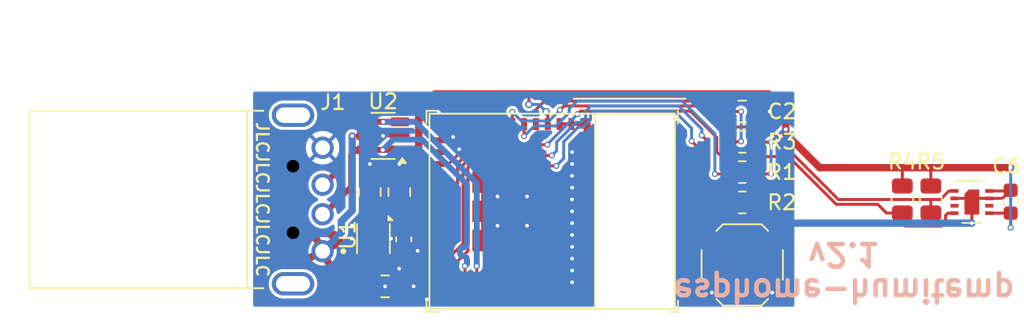
<source format=kicad_pcb>
(kicad_pcb (version 20240108) (generator "pcbnew") (generator_version "8.0")
  (title_block (rev "1"))
  (layers (0 "F.Cu" signal) (31 "B.Cu" signal) (34 "B.Paste" user) (35 "F.Paste" user) (36 "B.SilkS" user "B.Silkscreen") (37 "F.SilkS" user "F.Silkscreen") (38 "B.Mask" user) (39 "F.Mask" user) (44 "Edge.Cuts" user))
  (net 0 "")
  (net 1 "VBUS")
  (net 2 "GND")
  (net 3 "+3V3")
  (net 4 "/EN")
  (net 5 "/GPIO0")
  (net 6 "D-")
  (net 7 "SDA")
  (net 8 "SCL")
  (net 9 "D+")
  (net 10 "Net-(U4-GPIO2{slash}ADC1_CH2)")
  (net 11 "Net-(U4-GPIO8)")
  (footprint "Resistor_SMD:R_0805_2012Metric" (layer "F.Cu") (at 138.615 70.94 180)
    (property "Reference" "R1" (at -2.675 0 180) (layer "F.SilkS"))
    (property "Value" "10k")
    (pad "1" smd roundrect (at -0.9125 0 180) (size 1.025 1.4) (layers "F.Cu" "F.Paste" "F.Mask") (roundrect_rratio 0.243902) (net 3 "+3V3"))
    (pad "2" smd roundrect (at 0.9125 0 180) (size 1.025 1.4) (layers "F.Cu" "F.Paste" "F.Mask") (roundrect_rratio 0.243902) (net 10 "Net-(U4-GPIO2{slash}ADC1_CH2)"))
  )
  (footprint "Capacitor_SMD:C_0805_2012Metric" (layer "F.Cu") (at 138.615 66.84 180)
    (property "Reference" "C2" (at -2.7 0 0) (layer "F.SilkS"))
    (property "Value" "10u")
    (pad "1" smd roundrect (at -0.95 0 180) (size 1 1.45) (layers "F.Cu" "F.Paste" "F.Mask") (net 2 "GND"))
    (pad "2" smd roundrect (at 0.95 0 180) (size 1 1.45) (layers "F.Cu" "F.Paste" "F.Mask") (net 4 "/EN"))
  )
  (footprint "Package_SON:WSON-6-1EP_2x2mm_P0.65mm_EP1x1.6mm" (layer "F.Cu") (at 113.6775 75.44 -90)
    (property "Reference" "U1" (at -0.25 1.7375 90) (layer "F.SilkS"))
    (property "Value" "TLV75533PDRV")
    (pad "1" smd roundrect (at -0.8875 -0.65 270) (size 0.375 0.4) (layers "F.Cu" "F.Paste" "F.Mask") (net 3 "+3V3"))
    (pad "2" smd roundrect (at -0.8875 0 270) (size 0.375 0.4) (layers "F.Cu" "F.Paste" "F.Mask"))
    (pad "3" smd roundrect (at -0.8875 0.65 270) (size 0.375 0.4) (layers "F.Cu" "F.Paste" "F.Mask") (net 2 "GND"))
    (pad "4" smd roundrect (at 0.8875 0.65 270) (size 0.375 0.4) (layers "F.Cu" "F.Paste" "F.Mask") (net 1 "VBUS"))
    (pad "5" smd roundrect (at 0.8875 0 270) (size 0.375 0.4) (layers "F.Cu" "F.Paste" "F.Mask") (net 1 "VBUS"))
    (pad "6" smd roundrect (at 0.8875 -0.65 270) (size 0.375 0.4) (layers "F.Cu" "F.Paste" "F.Mask") (net 1 "VBUS"))
    (pad "7" smd rect (at 0 0 270) (size 1 1.6) (property pad_prop_heatsink) (layers "F.Cu" "F.Mask") (net 2 "GND"))
  )
  (footprint "Resistor_SMD:R_0805_2012Metric" (layer "F.Cu") (at 138.615 72.99 180)
    (property "Reference" "R2" (at -2.675 0 180) (layer "F.SilkS"))
    (property "Value" "10k")
    (pad "1" smd roundrect (at -0.9125 0 180) (size 1.025 1.4) (layers "F.Cu" "F.Paste" "F.Mask") (roundrect_rratio 0.243902) (net 3 "+3V3"))
    (pad "2" smd roundrect (at 0.9125 0 180) (size 1.025 1.4) (layers "F.Cu" "F.Paste" "F.Mask") (roundrect_rratio 0.243902) (net 11 "Net-(U4-GPIO8)"))
  )
  (footprint "Button_Switch_SMD:SW_Push_1P1T_XKB_TS-1187A" (layer "F.Cu") (at 138.615 77.215)
    (property "Reference" "SW1" (hide yes))
    (property "Value" "RESET")
    (pad "1" smd rect (at -3 -1.875) (size 1 0.75) (layers "F.Cu" "F.Paste" "F.Mask") (net 5 "/GPIO0"))
    (pad "1" smd rect (at 3 -1.875) (size 1 0.75) (layers "F.Cu" "F.Paste" "F.Mask") (net 5 "/GPIO0"))
    (pad "2" smd rect (at -3 1.875) (size 1 0.75) (layers "F.Cu" "F.Paste" "F.Mask") (net 2 "GND"))
    (pad "2" smd rect (at 3 1.875) (size 1 0.75) (layers "F.Cu" "F.Paste" "F.Mask") (net 2 "GND"))
  )
  (footprint "Package_TO_SOT_SMD:SOT-23-6" (layer "F.Cu") (at 114.3275 68.49 180)
    (property "Reference" "U2" (at 0 2.325 0) (layer "F.SilkS"))
    (property "Value" "USBLC6-4SC6")
    (pad "1" smd roundrect (at -1.1375 -0.95 180) (size 1.325 0.6) (layers "F.Cu" "F.Paste" "F.Mask") (net 6 "D-"))
    (pad "2" smd roundrect (at -1.1375 0 180) (size 1.325 0.6) (layers "F.Cu" "F.Paste" "F.Mask") (net 2 "GND"))
    (pad "3" smd roundrect (at -1.1375 0.95 180) (size 1.325 0.6) (layers "F.Cu" "F.Paste" "F.Mask") (net 9 "D+"))
    (pad "4" smd roundrect (at 1.1375 0.95 180) (size 1.325 0.6) (layers "F.Cu" "F.Paste" "F.Mask") (net 9 "D+"))
    (pad "5" smd roundrect (at 1.1375 0 180) (size 1.325 0.6) (layers "F.Cu" "F.Paste" "F.Mask") (net 1 "VBUS"))
    (pad "6" smd roundrect (at 1.1375 -0.95 180) (size 1.325 0.6) (layers "F.Cu" "F.Paste" "F.Mask") (net 6 "D-"))
  )
  (footprint "Sensor_Humidity:Sensirion_DFN-8-1EP_2.5x2.5mm_P0.5mm_EP1.1x1.7mm" (layer "F.Cu") (at 154.14 72.965)
    (property "Reference" "U4" (hide yes))
    (property "Value" "SHT3x")
    (pad "1" smd rect (at -1.175 -0.75) (size 0.55 0.25) (layers "F.Cu" "F.Paste" "F.Mask") (net 7 "SDA"))
    (pad "2" smd rect (at -1.175 -0.25) (size 0.55 0.25) (layers "F.Cu" "F.Paste" "F.Mask") (net 2 "GND"))
    (pad "3" smd rect (at -1.175 0.25) (size 0.55 0.25) (layers "F.Cu" "F.Paste" "F.Mask"))
    (pad "4" smd rect (at -1.175 0.75 180) (size 0.55 0.25) (layers "F.Cu" "F.Paste" "F.Mask") (net 8 "SCL"))
    (pad "5" smd rect (at 1.175 0.75) (size 0.55 0.25) (layers "F.Cu" "F.Paste" "F.Mask") (net 3 "+3V3"))
    (pad "6" smd rect (at 1.175 0.25) (size 0.55 0.25) (layers "F.Cu" "F.Paste" "F.Mask"))
    (pad "7" smd rect (at 1.175 -0.25) (size 0.55 0.25) (layers "F.Cu" "F.Paste" "F.Mask") (net 2 "GND"))
    (pad "8" smd rect (at 1.175 -0.75) (size 0.55 0.25) (layers "F.Cu" "F.Paste" "F.Mask") (net 2 "GND"))
    (pad "9" smd custom (at 0 0) (size 1 1) (layers "F.Cu" "F.Mask") (net 2 "GND") (options (clearance outline) (anchor circle)) (primitives (gr_poly (pts (xy 0.5 0.85) (xy -0.5 0.85) (xy -0.5 -0.55) (xy -0.2 -0.85) (xy 0.5 -0.85)) (width 0) (fill yes))))
  )
  (footprint "Resistor_SMD:R_0805_2012Metric" (layer "F.Cu") (at 138.615 68.89 180)
    (property "Reference" "R3" (at -2.7 0 180) (layer "F.SilkS"))
    (property "Value" "10k")
    (pad "1" smd roundrect (at -0.9125 0 180) (size 1.025 1.4) (layers "F.Cu" "F.Paste" "F.Mask") (roundrect_rratio 0.243902) (net 3 "+3V3"))
    (pad "2" smd roundrect (at 0.9125 0 180) (size 1.025 1.4) (layers "F.Cu" "F.Paste" "F.Mask") (roundrect_rratio 0.243902) (net 4 "/EN"))
  )
  (footprint "Capacitor_SMD:C_0805_2012Metric" (layer "F.Cu") (at 114.465 78.665)
    (property "Reference" "C3" (hide yes))
    (property "Value" "1uF")
    (pad "1" smd roundrect (at -0.95 0) (size 1 1.45) (layers "F.Cu" "F.Paste" "F.Mask") (net 1 "VBUS"))
    (pad "2" smd roundrect (at 0.95 0) (size 1 1.45) (layers "F.Cu" "F.Paste" "F.Mask") (net 2 "GND"))
  )
  (footprint "Resistor_SMD:R_0805_2012Metric" (layer "F.Cu") (at 149.44 72.79 -90)
    (property "Reference" "R4" (at -2.55 0 180) (layer "F.SilkS"))
    (property "Value" "10k")
    (pad "1" smd roundrect (at -0.9125 0 270) (size 1.025 1.4) (layers "F.Cu" "F.Paste" "F.Mask") (roundrect_rratio 0.243902) (net 3 "+3V3"))
    (pad "2" smd roundrect (at 0.9125 0 270) (size 1.025 1.4) (layers "F.Cu" "F.Paste" "F.Mask") (roundrect_rratio 0.243902) (net 8 "SCL"))
  )
  (footprint "Capacitor_SMD:C_0603_1608Metric" (layer "F.Cu") (at 115.7275 75.49 90)
    (property "Reference" "C4" (hide yes))
    (property "Value" "0.1u")
    (pad "1" smd roundrect (at -0.775 0 90) (size 0.9 0.95) (layers "F.Cu" "F.Paste" "F.Mask") (net 2 "GND"))
    (pad "2" smd roundrect (at 0.775 0 90) (size 0.9 0.95) (layers "F.Cu" "F.Paste" "F.Mask") (net 3 "+3V3"))
  )
  (footprint "Capacitor_SMD:C_0805_2012Metric" (layer "F.Cu") (at 115.4275 72.29 90)
    (property "Reference" "C5" (hide yes))
    (property "Value" "1uF")
    (pad "1" smd roundrect (at -0.95 0 90) (size 1 1.45) (layers "F.Cu" "F.Paste" "F.Mask") (net 3 "+3V3"))
    (pad "2" smd roundrect (at 0.95 0 90) (size 1 1.45) (layers "F.Cu" "F.Paste" "F.Mask") (net 2 "GND"))
  )
  (footprint "Resistor_SMD:R_0805_2012Metric" (layer "F.Cu") (at 151.365 72.79 -90)
    (property "Reference" "R5" (at -2.55 0 0) (layer "F.SilkS"))
    (property "Value" "10k")
    (pad "1" smd roundrect (at -0.9125 0 270) (size 1.025 1.4) (layers "F.Cu" "F.Paste" "F.Mask") (roundrect_rratio 0.243902) (net 3 "+3V3"))
    (pad "2" smd roundrect (at 0.9125 0 270) (size 1.025 1.4) (layers "F.Cu" "F.Paste" "F.Mask") (roundrect_rratio 0.243902) (net 7 "SDA"))
  )
  (footprint "Project specific:SHOU_HAN_AM90" (layer "F.Cu") (at 108.24 72.79 -90)
    (property "Reference" "J1" (at -6.575 -2.7 0) (layer "F.SilkS"))
    (property "Value" "USB_IN")
    (pad "" np_thru_hole circle (at -2.25 0 270) (size 1.25 1.25) (drill 0.85) (layers "*.Mask"))
    (pad "" np_thru_hole circle (at 2.25 0 270) (size 1.25 1.25) (drill 0.85) (layers "*.Mask"))
    (pad "1" thru_hole circle (at 3.5 -2 297) (size 1.508 1.508) (drill 1) (layers "*.Cu" "*.Mask") (net 1 "VBUS"))
    (pad "2" thru_hole circle (at 1 -2 270) (size 1.508 1.508) (drill 1) (layers "*.Cu" "*.Mask") (net 6 "D-"))
    (pad "3" thru_hole circle (at -1 -2 270) (size 1.508 1.508) (drill 1) (layers "*.Cu" "*.Mask") (net 9 "D+"))
    (pad "4" thru_hole circle (at -3.5 -2 270) (size 1.508 1.508) (drill 1) (layers "*.Cu" "*.Mask") (net 2 "GND"))
    (pad "S1" thru_hole oval (at 5.7 0 270) (size 1.575 2.87) (drill oval 1.05 2.3) (layers "*.Cu" "*.Mask"))
    (pad "S2" thru_hole oval (at -5.7 0 270) (size 1.575 2.87) (drill oval 1.05 2.3) (layers "*.Cu" "*.Mask"))
  )
  (footprint "Capacitor_SMD:C_0603_1608Metric" (layer "F.Cu") (at 156.765 72.94 -90)
    (property "Reference" "C6" (at -2.4 0.275 180) (layer "F.SilkS"))
    (property "Value" "0.1u")
    (pad "1" smd roundrect (at -0.775 0 270) (size 0.9 0.95) (layers "F.Cu" "F.Paste" "F.Mask") (net 2 "GND"))
    (pad "2" smd roundrect (at 0.775 0 270) (size 0.9 0.95) (layers "F.Cu" "F.Paste" "F.Mask") (net 3 "+3V3"))
  )
  (footprint "Capacitor_SMD:C_0805_2012Metric" (layer "F.Cu") (at 113.4275 72.29 -90)
    (property "Reference" "C1" (hide yes))
    (property "Value" "10u")
    (pad "1" smd roundrect (at -0.95 0 270) (size 1 1.45) (layers "F.Cu" "F.Paste" "F.Mask") (net 2 "GND"))
    (pad "2" smd roundrect (at 0.95 0 270) (size 1 1.45) (layers "F.Cu" "F.Paste" "F.Mask") (net 3 "+3V3"))
  )
  (footprint "Espressif:ESP32-C3-MINI-1" (layer "F.Cu") (at 125.765 73.59 -90)
    (property "Reference" "U3" (hide yes))
    (property "Value" "ESP32-C3-MINI-1")
    (pad "1" smd rect (at -5.9 -1.3) (size 0.4 0.8) (layers "F.Cu" "F.Paste" "F.Mask") (net 2 "GND"))
    (pad "2" smd rect (at -5.9 -0.5) (size 0.4 0.8) (layers "F.Cu" "F.Paste" "F.Mask") (net 2 "GND"))
    (pad "3" smd rect (at -5.9 0.3) (size 0.4 0.8) (layers "F.Cu" "F.Paste" "F.Mask") (net 3 "+3V3"))
    (pad "4" smd rect (at -5.9 1.1) (size 0.4 0.8) (layers "F.Cu" "F.Paste" "F.Mask"))
    (pad "5" smd rect (at -5.9 1.9) (size 0.4 0.8) (layers "F.Cu" "F.Paste" "F.Mask") (net 10 "Net-(U4-GPIO2{slash}ADC1_CH2)"))
    (pad "6" smd rect (at -5.9 2.7) (size 0.4 0.8) (layers "F.Cu" "F.Paste" "F.Mask") (net 7 "SDA"))
    (pad "7" smd rect (at -5.9 3.5) (size 0.4 0.8) (layers "F.Cu" "F.Paste" "F.Mask"))
    (pad "8" smd rect (at -5.9 4.3) (size 0.4 0.8) (layers "F.Cu" "F.Paste" "F.Mask") (net 4 "/EN"))
    (pad "9" smd rect (at -5.9 5.1) (size 0.4 0.8) (layers "F.Cu" "F.Paste" "F.Mask"))
    (pad "10" smd rect (at -5.9 5.9) (size 0.4 0.8) (layers "F.Cu" "F.Paste" "F.Mask"))
    (pad "11" smd rect (at -5.9 6.7) (size 0.4 0.8) (layers "F.Cu" "F.Paste" "F.Mask") (net 2 "GND"))
    (pad "12" smd rect (at -4.8 7.6 270) (size 0.4 0.8) (layers "F.Cu" "F.Paste" "F.Mask"))
    (pad "13" smd rect (at -4 7.6 270) (size 0.4 0.8) (layers "F.Cu" "F.Paste" "F.Mask"))
    (pad "14" smd rect (at -3.2 7.6 270) (size 0.4 0.8) (layers "F.Cu" "F.Paste" "F.Mask") (net 2 "GND"))
    (pad "15" smd rect (at -2.4 7.6 270) (size 0.4 0.8) (layers "F.Cu" "F.Paste" "F.Mask"))
    (pad "16" smd rect (at -1.6 7.6 270) (size 0.4 0.8) (layers "F.Cu" "F.Paste" "F.Mask"))
    (pad "17" smd rect (at -0.8 7.6 270) (size 0.4 0.8) (layers "F.Cu" "F.Paste" "F.Mask"))
    (pad "18" smd rect (at 0 7.6 270) (size 0.4 0.8) (layers "F.Cu" "F.Paste" "F.Mask") (net 8 "SCL"))
    (pad "19" smd rect (at 0.8 7.6 270) (size 0.4 0.8) (layers "F.Cu" "F.Paste" "F.Mask"))
    (pad "20" smd rect (at 1.6 7.6 270) (size 0.4 0.8) (layers "F.Cu" "F.Paste" "F.Mask"))
    (pad "21" smd rect (at 2.4 7.6 270) (size 0.4 0.8) (layers "F.Cu" "F.Paste" "F.Mask"))
    (pad "22" smd rect (at 3.2 7.6 270) (size 0.4 0.8) (layers "F.Cu" "F.Paste" "F.Mask") (net 11 "Net-(U4-GPIO8)"))
    (pad "23" smd rect (at 4 7.6 270) (size 0.4 0.8) (layers "F.Cu" "F.Paste" "F.Mask") (net 5 "/GPIO0"))
    (pad "24" smd rect (at 4.8 7.6 270) (size 0.4 0.8) (layers "F.Cu" "F.Paste" "F.Mask"))
    (pad "25" smd rect (at 5.9 6.7) (size 0.4 0.8) (layers "F.Cu" "F.Paste" "F.Mask"))
    (pad "26" smd rect (at 5.9 5.9) (size 0.4 0.8) (layers "F.Cu" "F.Paste" "F.Mask") (net 6 "D-"))
    (pad "27" smd rect (at 5.9 5.1) (size 0.4 0.8) (layers "F.Cu" "F.Paste" "F.Mask") (net 9 "D+"))
    (pad "28" smd rect (at 5.9 4.3) (size 0.4 0.8) (layers "F.Cu" "F.Paste" "F.Mask"))
    (pad "29" smd rect (at 5.9 3.5) (size 0.4 0.8) (layers "F.Cu" "F.Paste" "F.Mask"))
    (pad "30" smd rect (at 5.9 2.7) (size 0.4 0.8) (layers "F.Cu" "F.Paste" "F.Mask"))
    (pad "31" smd rect (at 5.9 1.9) (size 0.4 0.8) (layers "F.Cu" "F.Paste" "F.Mask"))
    (pad "32" smd rect (at 5.9 1.1) (size 0.4 0.8) (layers "F.Cu" "F.Paste" "F.Mask"))
    (pad "33" smd rect (at 5.9 0.3) (size 0.4 0.8) (layers "F.Cu" "F.Paste" "F.Mask"))
    (pad "34" smd rect (at 5.9 -0.5) (size 0.4 0.8) (layers "F.Cu" "F.Paste" "F.Mask"))
    (pad "35" smd rect (at 5.9 -1.3) (size 0.4 0.8) (layers "F.Cu" "F.Paste" "F.Mask"))
    (pad "36" smd rect (at 4.8 -2.2 270) (size 0.4 0.8) (layers "F.Cu" "F.Paste" "F.Mask") (net 2 "GND"))
    (pad "37" smd rect (at 4 -2.2 270) (size 0.4 0.8) (layers "F.Cu" "F.Paste" "F.Mask") (net 2 "GND"))
    (pad "38" smd rect (at 3.2 -2.2 270) (size 0.4 0.8) (layers "F.Cu" "F.Paste" "F.Mask") (net 2 "GND"))
    (pad "39" smd rect (at 2.4 -2.2 270) (size 0.4 0.8) (layers "F.Cu" "F.Paste" "F.Mask") (net 2 "GND"))
    (pad "40" smd rect (at 1.6 -2.2 270) (size 0.4 0.8) (layers "F.Cu" "F.Paste" "F.Mask") (net 2 "GND"))
    (pad "41" smd rect (at 0.8 -2.2 270) (size 0.4 0.8) (layers "F.Cu" "F.Paste" "F.Mask") (net 2 "GND"))
    (pad "42" smd rect (at 0 -2.2 270) (size 0.4 0.8) (layers "F.Cu" "F.Paste" "F.Mask") (net 2 "GND"))
    (pad "43" smd rect (at -0.8 -2.2 270) (size 0.4 0.8) (layers "F.Cu" "F.Paste" "F.Mask") (net 2 "GND"))
    (pad "44" smd rect (at -1.6 -2.2 270) (size 0.4 0.8) (layers "F.Cu" "F.Paste" "F.Mask") (net 2 "GND"))
    (pad "45" smd rect (at -2.4 -2.2 270) (size 0.4 0.8) (layers "F.Cu" "F.Paste" "F.Mask") (net 2 "GND"))
    (pad "46" smd rect (at -3.2 -2.2 270) (size 0.4 0.8) (layers "F.Cu" "F.Paste" "F.Mask") (net 2 "GND"))
    (pad "47" smd rect (at -4 -2.2 270) (size 0.4 0.8) (layers "F.Cu" "F.Paste" "F.Mask") (net 2 "GND"))
    (pad "48" smd rect (at -4.8 -2.2 270) (size 0.4 0.8) (layers "F.Cu" "F.Paste" "F.Mask") (net 2 "GND"))
    (pad "49" smd custom (at -1.975 0.725 270) (size 0.8 0.8) (layers "F.Cu" "F.Paste" "F.Mask") (net 2 "GND") (options (clearance outline) (anchor rect)) (primitives (gr_poly (pts (xy 0.725 0.725) (xy -0.725 0.725) (xy -0.725 -0.125) (xy -0.125 -0.725) (xy 0.725 -0.725)) (width 0) (fill yes))))
    (pad "49" smd rect (at -1.975 2.7) (size 1.45 1.45) (layers "F.Cu" "F.Paste" "F.Mask") (net 2 "GND"))
    (pad "49" smd rect (at -1.975 4.675) (size 1.45 1.45) (layers "F.Cu" "F.Paste" "F.Mask") (net 2 "GND"))
    (pad "49" smd rect (at 0 0.725) (size 1.45 1.45) (layers "F.Cu" "F.Paste" "F.Mask") (net 2 "GND"))
    (pad "49" smd rect (at 0 2.7) (size 1.45 1.45) (layers "F.Cu" "F.Paste" "F.Mask") (net 2 "GND"))
    (pad "49" smd rect (at 0 4.675) (size 1.45 1.45) (layers "F.Cu" "F.Paste" "F.Mask") (net 2 "GND"))
    (pad "49" smd rect (at 1.975 0.725) (size 1.45 1.45) (layers "F.Cu" "F.Paste" "F.Mask") (net 2 "GND"))
    (pad "49" smd rect (at 1.975 2.7) (size 1.45 1.45) (layers "F.Cu" "F.Paste" "F.Mask") (net 2 "GND"))
    (pad "49" smd rect (at 1.975 4.675) (size 1.45 1.45) (layers "F.Cu" "F.Paste" "F.Mask") (net 2 "GND"))
    (pad "50" smd rect (at 5.95 -2.25) (size 0.7 0.7) (layers "F.Cu" "F.Paste" "F.Mask") (net 2 "GND"))
    (pad "51" smd rect (at 5.95 7.65) (size 0.7 0.7) (layers "F.Cu" "F.Paste" "F.Mask") (net 2 "GND"))
    (pad "52" smd rect (at -5.95 7.65) (size 0.7 0.7) (layers "F.Cu" "F.Paste" "F.Mask") (net 2 "GND"))
    (pad "53" smd rect (at -5.95 -2.25) (size 0.7 0.7) (layers "F.Cu" "F.Paste" "F.Mask") (net 2 "GND"))
    (zone (net 0) (net_name "") (layers "*.Cu") (name "antenna keepout") (connect_pads (clearance 0)) (min_thickness 0.254)
      (keepout (tracks not_allowed) (vias not_allowed) (pads not_allowed) (copperpour not_allowed) (footprints not_allowed))
      (fill (thermal_gap 0.508) (thermal_bridge_width 0.508))
      (polygon (pts (xy 128.665 80.19) (xy 128.665 66.99) (xy 134.065 66.99) (xy 134.065 80.19)))
    )
  )
  (gr_rect (start 105.14 65.09) (end 157.69 80.44) (stroke (width 0.001)) (fill none) (layer "Edge.Cuts"))
  (gr_text "esphome-humitemp\nv2.1" (at 145.49 77.715 180) (layer "B.SilkS") (effects (font (size 1.524 1.524) (thickness 0.3048)) (justify mirror)))
  (gr_text "JLCJLCJLCJLCJLC" (at 106.165 72.79 -90) (layer "F.SilkS") (effects (font (size 0.8128 0.8128) (thickness 0.1524))))
  (segment (start 112.24 68.49) (end 113.19 68.49) (width 0.25) (layer "F.Cu") (net 1))
  (segment (start 113.6775 76.8775) (end 113.665 76.89) (width 0.2) (layer "F.Cu") (net 1))
  (segment (start 114.3275 76.8025) (end 114.265 76.865) (width 0.2) (layer "F.Cu") (net 1))
  (segment (start 114.3275 76.3275) (end 114.3275 76.8025) (width 0.2) (layer "F.Cu") (net 1))
  (segment (start 113.6775 76.3275) (end 113.6775 76.8775) (width 0.2) (layer "F.Cu") (net 1))
  (via (at 112.24 68.49) (size 0.4) (drill 0.25) (layers "F.Cu" "B.Cu") (net 1))
  (segment (start 112.24 73.532949) (end 112.24 68.49) (width 0.5) (layer "B.Cu") (net 1))
  (segment (start 111.513969 74.25898) (end 112.24 73.532949) (width 0.5) (layer "B.Cu") (net 1))
  (segment (start 111.513969 75.016031) (end 111.513969 74.25898) (width 0.5) (layer "B.Cu") (net 1))
  (segment (start 110.24 76.29) (end 111.513969 75.016031) (width 0.5) (layer "B.Cu") (net 1))
  (segment (start 122.065 74.565) (end 122.065 73.59) (width 0.25) (layer "F.Cu") (net 2))
  (segment (start 115.415 78.665) (end 115.415 77.465) (width 0.25) (layer "F.Cu") (net 2))
  (segment (start 121.09 72.59) (end 121.09 73.59) (width 0.25) (layer "F.Cu") (net 2))
  (segment (start 155.315 72.715) (end 154.39 72.715) (width 0.2) (layer "F.Cu") (net 2))
  (segment (start 122.065 72.59) (end 123.065 72.59) (width 0.25) (layer "F.Cu") (net 2))
  (segment (start 127.965 70.39) (end 127.115 70.39) (width 0.25) (layer "F.Cu") (net 2))
  (segment (start 124.065 72.59) (end 124.065 73.615) (width 0.25) (layer "F.Cu") (net 2))
  (segment (start 122.065 74.565) (end 122.065 75.565) (width 0.25) (layer "F.Cu") (net 2))
  (segment (start 123.065 74.565) (end 123.065 73.59) (width 0.25) (layer "F.Cu") (net 2))
  (segment (start 125.04 74.565) (end 125.04 73.59) (width 0.25) (layer "F.Cu") (net 2))
  (segment (start 123.065 75.565) (end 123.065 74.565) (width 0.25) (layer "F.Cu") (net 2))
  (segment (start 127.965 70.39) (end 127.965 71.19) (width 0.25) (layer "F.Cu") (net 2))
  (segment (start 123.065 73.59) (end 124.04 73.59) (width 0.25) (layer "F.Cu") (net 2))
  (segment (start 127.065 67.69) (end 127.965 67.69) (width 0.25) (layer "F.Cu") (net 2))
  (segment (start 127.965 78.815) (end 128.015 78.865) (width 0.25) (layer "F.Cu") (net 2))
  (segment (start 127.965 73.59) (end 127.115 73.59) (width 0.25) (layer "F.Cu") (net 2))
  (segment (start 124.065 74.565) (end 123.065 74.565) (width 0.25) (layer "F.Cu") (net 2))
  (segment (start 124.065 73.615) (end 124.04 73.59) (width 0.25) (layer "F.Cu") (net 2))
  (segment (start 127.965 74.39) (end 127.115 74.39) (width 0.25) (layer "F.Cu") (net 2))
  (segment (start 124.04 73.59) (end 125.04 73.59) (width 0.25) (layer "F.Cu") (net 2))
  (segment (start 122.065 71.615) (end 121.09 71.615) (width 0.25) (layer "F.Cu") (net 2))
  (segment (start 113.6775 75.44) (end 114.865 75.44) (width 0.25) (layer "F.Cu") (net 2))
  (segment (start 155.315 72.715) (end 156.215 72.715) (width 0.2) (layer "F.Cu") (net 2))
  (segment (start 122.065 74.565) (end 121.09 74.565) (width 0.25) (layer "F.Cu") (net 2))
  (segment (start 127.965 67.69) (end 128.015 67.64) (width 0.25) (layer "F.Cu") (net 2))
  (segment (start 127.965 73.59) (end 127.965 72.79) (width 0.25) (layer "F.Cu") (net 2))
  (segment (start 127.965 76.79) (end 127.115 76.79) (width 0.25) (layer "F.Cu") (net 2))
  (segment (start 139.565 66.84) (end 140.464994 66.84) (width 0.2) (layer "F.Cu") (net 2))
  (segment (start 124.065 72.59) (end 125.04 72.59) (width 0.25) (layer "F.Cu") (net 2))
  (segment (start 118.115 67.64) (end 118.115 66.915004) (width 0.2) (layer "F.Cu") (net 2))
  (segment (start 127.065 67.84) (end 127.04 67.865) (width 0.2) (layer "F.Cu") (net 2))
  (segment (start 122.065 74.565) (end 123.065 74.565) (width 0.25) (layer "F.Cu") (net 2))
  (segment (start 128.015 78.865) (end 128.015 79.54) (width 0.25) (layer "F.Cu") (net 2))
  (segment (start 123.065 75.565) (end 124.065 75.565) (width 0.25) (layer "F.Cu") (net 2))
  (segment (start 112.220468 74.5525) (end 112.218969 74.551001) (width 0.25) (layer "F.Cu") (net 2))
  (segment (start 127.965 69.59) (end 127.965 70.39) (width 0.25) (layer "F.Cu") (net 2))
  (segment (start 121.09 74.565) (end 121.09 75.565) (width 0.25) (layer "F.Cu") (net 2))
  (segment (start 122.065 72.59) (end 122.065 73.59) (width 0.25) (layer "F.Cu") (net 2))
  (segment (start 115.415 78.665) (end 114.465 78.665) (width 0.25) (layer "F.Cu") (net 2))
  (segment (start 141.615 79.09) (end 140.64 79.09) (width 0.2) (layer "F.Cu") (net 2))
  (segment (start 152.965 72.715) (end 153.89 72.715) (width 0.2) (layer "F.Cu") (net 2))
  (segment (start 121.09 75.565) (end 122.065 75.565) (width 0.25) (layer "F.Cu") (net 2))
  (segment (start 154.39 72.715) (end 154.14 72.965) (width 0.2) (layer "F.Cu") (net 2))
  (segment (start 127.965 71.19) (end 127.115 71.19) (width 0.25) (layer "F.Cu") (net 2))
  (segment (start 156.715 72.215) (end 156.765 72.165) (width 0.2) (layer "F.Cu") (net 2))
  (segment (start 122.065 73.59) (end 121.09 73.59) (width 0.25) (layer "F.Cu") (net 2))
  (segment (start 127.965 78.39) (end 127.965 78.815) (width 0.25) (layer "F.Cu") (net 2))
  (segment (start 123.065 73.59) (end 123.065 72.59) (width 0.25) (layer "F.Cu") (net 2))
  (segment (start 115.4275 71.34) (end 115.4275 70.397832) (width 0.25) (layer "F.Cu") (net 2))
  (segment (start 128.015 67.64) (end 128.015 68.215) (width 0.25) (layer "F.Cu") (net 2))
  (segment (start 113.6775 75.44) (end 112.215 75.44) (width 0.25) (layer "F.Cu") (net 2))
  (segment (start 113.4275 71.34) (end 113.4275 70.4025) (width 0.25) (layer "F.Cu") (net 2))
  (segment (start 124.065 74.565) (end 125.04 74.565) (width 0.25) (layer "F.Cu") (net 2))
  (segment (start 127.965 75.99) (end 127.115 75.99) (width 0.25) (layer "F.Cu") (net 2))
  (segment (start 155.315 72.215) (end 156.715 72.215) (width 0.2) (layer "F.Cu") (net 2))
  (segment (start 128.015 68.215) (end 127.965 68.265) (width 0.25) (layer "F.Cu") (net 2))
  (segment (start 124.065 71.615) (end 123.065 71.615) (width 0.25) (layer "F.Cu") (net 2))
  (segment (start 118.765 70.39) (end 119.474012 69.680988) (width 0.2) (layer "F.Cu") (net 2))
  (segment (start 127.965 73.59) (end 127.965 74.39) (width 0.25) (layer "F.Cu") (net 2))
  (segment (start 127.965 74.39) (end 127.965 75.19) (width 0.25) (layer "F.Cu") (net 2))
  (segment (start 115.465 68.49) (end 114.3275 68.49) (width 0.2) (layer "F.Cu") (net 2))
  (segment (start 118.115 79.54) (end 117.29 79.54) (width 0.25) (layer "F.Cu") (net 2))
  (segment (start 127.965 71.99) (end 127.965 71.19) (width 0.25) (layer "F.Cu") (net 2))
  (segment (start 153.89 72.715) (end 154.14 72.965) (width 0.2) (layer "F.Cu") (net 2))
  (segment (start 127.965 72.79) (end 127.965 71.99) (width 0.25) (layer "F.Cu") (net 2))
  (segment (start 115.415 78.665) (end 116.39 78.665) (width 0.25) (layer "F.Cu") (net 2))
  (segment (start 122.065 72.59) (end 122.065 71.615) (width 0.25) (layer "F.Cu") (net 2))
  (segment (start 123.065 73.59) (end 122.065 73.59) (width 0.25) (layer "F.Cu") (net 2))
  (segment (start 124.065 75.565) (end 125.04 75.565) (width 0.25) (layer "F.Cu") (net 2))
  (segment (start 122.065 72.59) (end 121.09 72.59) (width 0.25) (layer "F.Cu") (net 2))
  (segment (start 127.965 69.59) (end 127.115006 69.59) (width 0.25) (layer "F.Cu") (net 2))
  (segment (start 127.065 67.69) (end 126.265 67.69) (width 0.25) (layer "F.Cu") (net 2))
  (segment (start 127.965 78.39) (end 127.115 78.39) (width 0.25) (layer "F.Cu") (net 2))
  (segment (start 127.965 68.265) (end 127.965 68.79) (width 0.25) (layer "F.Cu") (net 2))
  (segment (start 154.14 72.965) (end 154.14 74.39) (width 0.2) (layer "F.Cu") (net 2))
  (segment (start 115.4275 70.397832) (end 115.425098 70.39543) (width 0.25) (layer "F.Cu") (net 2))
  (segment (start 113.4275 70.4025) (end 113.44 70.39) (width 0.25) (layer "F.Cu") (net 2))
  (segment (start 125.04 71.615) (end 124.065 71.615) (width 0.25) (layer "F.Cu") (net 2))
  (segment (start 125.04 73.59) (end 125.04 72.59) (width 0.25) (layer "F.Cu") (net 2))
  (segment (start 124.065 74.565) (end 124.065 75.565) (width 0.25) (layer "F.Cu") (net 2))
  (segment (start 124.065 74.565) (end 124.065 73.615) (width 0.25) (layer "F.Cu") (net 2))
  (segment (start 123.065 72.59) (end 123.065 71.615) (width 0.25) (layer "F.Cu") (net 2))
  (segment (start 140.464994 66.84) (end 140.465 66.839994) (width 0.2) (layer "F.Cu") (net 2))
  (segment (start 127.965 71.99) (end 127.115 71.99) (width 0.25) (layer "F.Cu") (net 2))
  (segment (start 121.09 71.615) (end 121.09 72.59) (width 0.25) (layer "F.Cu") (net 2))
  (segment (start 135.615 79.09) (end 136.565 79.09) (width 0.2) (layer "F.Cu") (net 2))
  (segment (start 124.065 72.59) (end 123.065 72.59) (width 0.25) (layer "F.Cu") (net 2))
  (segment (start 119.065 67.69) (end 119.065 68.565) (width 0.2) (layer "F.Cu") (net 2))
  (segment (start 127.965 75.99) (end 127.965 76.79) (width 0.25) (layer "F.Cu") (net 2))
  (segment (start 127.115006 69.59) (end 127.115 69.589994) (width 0.25) (layer "F.Cu") (net 2))
  (segment (start 113.0275 74.5525) (end 112.220468 74.5525) (width 0.25) (layer "F.Cu") (net 2))
  (segment (start 122.065 75.565) (end 123.065 75.565) (width 0.25) (layer "F.Cu") (net 2))
  (segment (start 118.165 70.39) (end 118.765 70.39) (width 0.2) (layer "F.Cu") (net 2))
  (segment (start 127.965 77.59) (end 127.115 77.59) (width 0.25) (layer "F.Cu") (net 2))
  (segment (start 127.965 76.79) (end 127.965 77.59) (width 0.25) (layer "F.Cu") (net 2))
  (segment (start 156.215 72.715) (end 156.765 72.165) (width 0.2) (layer "F.Cu") (net 2))
  (segment (start 115.7275 76.265) (end 116.665 76.265) (width 0.25) (layer "F.Cu") (net 2))
  (segment (start 125.04 75.565) (end 125.04 74.565) (width 0.25) (layer "F.Cu") (net 2))
  (segment (start 121.09 73.59) (end 121.09 74.565) (width 0.25) (layer "F.Cu") (net 2))
  (segment (start 127.965 75.19) (end 127.965 75.99) (width 0.25) (layer "F.Cu") (net 2))
  (segment (start 127.965 75.19) (end 127.115 75.19) (width 0.25) (layer "F.Cu") (net 2))
  (segment (start 124.065 72.59) (end 124.065 71.615) (width 0.25) (layer "F.Cu") (net 2))
  (segment (start 119.474012 69.680988) (end 119.474012 69.393375) (width 0.2) (layer "F.Cu") (net 2))
  (segment (start 127.965 77.59) (end 127.965 78.39) (width 0.25) (layer "F.Cu") (net 2))
  (segment (start 127.965 68.79) (end 127.965 69.59) (width 0.25) (layer "F.Cu") (net 2))
  (segment (start 123.065 71.615) (end 122.065 71.615) (width 0.25) (layer "F.Cu") (net 2))
  (segment (start 125.04 72.59) (end 125.04 71.615) (width 0.25) (layer "F.Cu") (net 2))
  (segment (start 118.115 66.915004) (end 118.114996 66.915) (width 0.2) (layer "F.Cu") (net 2))
  (segment (start 127.965 72.79) (end 127.115 72.79) (width 0.25) (layer "F.Cu") (net 2))
  (via (at 119.065 68.565) (size 0.4) (drill 0.25) (layers "F.Cu" "B.Cu") (net 2))
  (via (at 154.14 74.39) (size 0.4) (drill 0.25) (layers "F.Cu" "B.Cu") (net 2))
  (via (at 127.115 70.39) (size 0.4) (drill 0.25) (layers "F.Cu" "B.Cu") (net 2))
  (via (at 119.474012 69.393375) (size 0.4) (drill 0.25) (layers "F.Cu" "B.Cu") (net 2))
  (via (at 115.415 77.465) (size 0.4) (drill 0.25) (layers "F.Cu" "B.Cu") (net 2))
  (via (at 127.115 69.589994) (size 0.4) (drill 0.25) (layers "F.Cu" "B.Cu") (net 2))
  (via (at 127.115 72.79) (size 0.4) (drill 0.25) (layers "F.Cu" "B.Cu") (net 2))
  (via (at 127.115 71.19) (size 0.4) (drill 0.25) (layers "F.Cu" "B.Cu") (net 2))
  (via (at 127.115 74.39) (size 0.4) (drill 0.25) (layers "F.Cu" "B.Cu") (net 2))
  (via (at 136.565 79.09) (size 0.4) (drill 0.25) (layers "F.Cu" "B.Cu") (net 2))
  (via (at 140.465 66.839994) (size 0.4) (drill 0.25) (layers "F.Cu" "B.Cu") (net 2))
  (via (at 115.425098 70.39543) (size 0.4) (drill 0.25) (layers "F.Cu" "B.Cu") (net 2))
  (via (at 124.065 72.59) (size 0.4) (drill 0.25) (layers "F.Cu" "B.Cu") (net 2))
  (via (at 140.64 79.09) (size 0.4) (drill 0.25) (layers "F.Cu" "B.Cu") (net 2))
  (via (at 127.115 76.79) (size 0.4) (drill 0.25) (layers "F.Cu" "B.Cu") (net 2))
  (via (at 118.114996 66.915) (size 0.4) (drill 0.25) (layers "F.Cu" "B.Cu") (net 2))
  (via (at 122.065 74.565) (size 0.4) (drill 0.25) (layers "F.Cu" "B.Cu") (net 2))
  (via (at 112.218969 74.551001) (size 0.4) (drill 0.25) (layers "F.Cu" "B.Cu") (net 2))
  (via (at 114.3275 68.49) (size 0.4) (drill 0.25) (layers "F.Cu" "B.Cu") (net 2))
  (via (at 124.065 74.565) (size 0.4) (drill 0.25) (layers "F.Cu" "B.Cu") (net 2))
  (via (at 127.115 75.99) (size 0.4) (drill 0.25) (layers "F.Cu" "B.Cu") (net 2))
  (via (at 127.115 77.59) (size 0.4) (drill 0.25) (layers "F.Cu" "B.Cu") (net 2))
  (via (at 127.115 75.19) (size 0.4) (drill 0.25) (layers "F.Cu" "B.Cu") (net 2))
  (via (at 114.865 75.44) (size 0.4) (drill 0.25) (layers "F.Cu" "B.Cu") (net 2))
  (via (at 116.665 76.265) (size 0.4) (drill 0.25) (layers "F.Cu" "B.Cu") (net 2))
  (via (at 127.115 71.99) (size 0.4) (drill 0.25) (layers "F.Cu" "B.Cu") (net 2))
  (via (at 116.39 78.665) (size 0.4) (drill 0.25) (layers "F.Cu" "B.Cu") (net 2))
  (via (at 114.465 78.665) (size 0.4) (drill 0.25) (layers "F.Cu" "B.Cu") (net 2))
  (via (at 117.29 79.54) (size 0.4) (drill 0.25) (layers "F.Cu" "B.Cu") (net 2))
  (via (at 112.215 75.44) (size 0.4) (drill 0.25) (layers "F.Cu" "B.Cu") (net 2))
  (via (at 113.44 70.39) (size 0.4) (drill 0.25) (layers "F.Cu" "B.Cu") (net 2))
  (via (at 122.065 72.59) (size 0.4) (drill 0.25) (layers "F.Cu" "B.Cu") (net 2))
  (via (at 127.115 78.39) (size 0.4) (drill 0.25) (layers "F.Cu" "B.Cu") (net 2))
  (via (at 127.115 73.59) (size 0.4) (drill 0.25) (layers "F.Cu" "B.Cu") (net 2))
  (segment (start 154.14 74.39) (end 140.515 74.39) (width 0.5) (layer "B.Cu") (net 2))
  (segment (start 114.3275 74.14) (end 113.4275 73.24) (width 0.25) (layer "F.Cu") (net 3))
  (segment (start 156.765 73.715) (end 156.765 74.69) (width 0.2) (layer "F.Cu") (net 3))
  (segment (start 140.386087 65.658) (end 141.555971 66.827884) (width 0.5) (layer "F.Cu") (net 3))
  (segment (start 139.6525 71.065) (end 140.565 71.065) (width 0.2) (layer "F.Cu") (net 3))
  (segment (start 149.44 70.665) (end 149.465 70.64) (width 0.2) (layer "F.Cu") (net 3))
  (segment (start 151.365 71.8775) (end 151.365 70.665) (width 0.2) (layer "F.Cu") (net 3))
  (segment (start 139.5275 70.94) (end 139.5275 72.99) (width 0.2) (layer "F.Cu") (net 3))
  (segment (start 115.565 74.5525) (end 115.7275 74.715) (width 0.25) (layer "F.Cu") (net 3))
  (segment (start 141.555971 68.340412) (end 141.555971 68.053405) (width 0.5) (layer "F.Cu") (net 3))
  (segment (start 143.855559 70.64) (end 141.555971 68.340412) (width 0.5) (layer "F.Cu") (net 3))
  (segment (start 117.847 65.658) (end 124.19 65.658) (width 0.5) (layer "F.Cu") (net 3))
  (segment (start 139.552526 68.915026) (end 140.565 68.915026) (width 0.2) (layer "F.Cu") (net 3))
  (segment (start 155.315 73.715) (end 156.765 73.715) (width 0.2) (layer "F.Cu") (net 3))
  (segment (start 151.365 70.665) (end 151.34 70.64) (width 0.2) (layer "F.Cu") (net 3))
  (segment (start 113.4275 73.24) (end 115.4275 73.24) (width 0.25) (layer "F.Cu") (net 3))
  (segment (start 125.465 67.69) (end 125.465 66.965428) (width 0.2) (layer "F.Cu") (net 3))
  (segment (start 141.555971 66.827884) (end 141.555971 68.053405) (width 0.5) (layer "F.Cu") (net 3))
  (segment (start 149.44 71.8775) (end 149.44 70.665) (width 0.2) (layer "F.Cu") (net 3))
  (segment (start 139.5275 70.94) (end 139.6525 71.065) (width 0.2) (layer "F.Cu") (net 3))
  (segment (start 124.19 66.365) (end 124.19 65.658) (width 0.2) (layer "F.Cu") (net 3))
  (segment (start 114.3275 74.5525) (end 114.3275 74.14) (width 0.25) (layer "F.Cu") (net 3))
  (segment (start 114.3275 74.5525) (end 115.565 74.5525) (width 0.25) (layer "F.Cu") (net 3))
  (segment (start 125.465 66.965428) (end 125.349895 66.850323) (width 0.2) (layer "F.Cu") (net 3))
  (segment (start 139.5275 68.89) (end 139.552526 68.915026) (width 0.2) (layer "F.Cu") (net 3))
  (segment (start 124.19 65.658) (end 140.386087 65.658) (width 0.5) (layer "F.Cu") (net 3))
  (segment (start 149.465 70.64) (end 151.34 70.64) (width 0.5) (layer "F.Cu") (net 3))
  (segment (start 116.74 71.9275) (end 116.74 66.765) (width 0.5) (layer "F.Cu") (net 3))
  (segment (start 115.7275 73.54) (end 115.4275 73.24) (width 0.25) (layer "F.Cu") (net 3))
  (segment (start 115.7275 74.715) (end 115.7275 73.54) (width 0.25) (layer "F.Cu") (net 3))
  (segment (start 151.34 70.64) (end 156.765 70.64) (width 0.5) (layer "F.Cu") (net 3))
  (segment (start 116.74 66.765) (end 117.847 65.658) (width 0.5) (layer "F.Cu") (net 3))
  (segment (start 149.465 70.64) (end 143.855559 70.64) (width 0.5) (layer "F.Cu") (net 3))
  (segment (start 115.4275 73.24) (end 116.74 71.9275) (width 0.5) (layer "F.Cu") (net 3))
  (via (at 125.349895 66.850323) (size 0.5) (drill 0.3) (layers "F.Cu" "B.Cu") (net 3))
  (via (at 156.765 70.64) (size 0.4) (drill 0.25) (layers "F.Cu" "B.Cu") (net 3))
  (via (at 124.19 66.365) (size 0.5) (drill 0.3) (layers "F.Cu" "B.Cu") (net 3))
  (via (at 141.555971 68.053405) (size 0.4) (drill 0.25) (layers "F.Cu" "B.Cu") (net 3))
  (via (at 140.565 68.915026) (size 0.4) (drill 0.25) (layers "F.Cu" "B.Cu") (net 3))
  (via (at 156.765 74.69) (size 0.4) (drill 0.25) (layers "F.Cu" "B.Cu") (net 3))
  (via (at 140.565 71.065) (size 0.4) (drill 0.25) (layers "F.Cu" "B.Cu") (net 3))
  (segment (start 141.426621 68.053405) (end 141.555971 68.053405) (width 0.2) (layer "B.Cu") (net 3))
  (segment (start 140.565 71.065) (end 140.565 68.915026) (width 0.2) (layer "B.Cu") (net 3))
  (segment (start 125.349895 66.850323) (end 124.864572 66.365) (width 0.2) (layer "B.Cu") (net 3))
  (segment (start 124.864572 66.365) (end 124.19 66.365) (width 0.2) (layer "B.Cu") (net 3))
  (segment (start 156.765 74.69) (end 156.765 70.64) (width 0.2) (layer "B.Cu") (net 3))
  (segment (start 140.565 68.915026) (end 141.426621 68.053405) (width 0.2) (layer "B.Cu") (net 3))
  (segment (start 124.434974 66.945) (end 125.244974 66.135) (width 0.2) (layer "F.Cu") (net 4))
  (segment (start 137.665 69.1025) (end 137.7025 69.065) (width 0.2) (layer "F.Cu") (net 4))
  (segment (start 136.96 66.135) (end 137.665 66.84) (width 0.2) (layer "F.Cu") (net 4))
  (segment (start 123.274889 66.29) (end 123.507445 66.522555) (width 0.2) (layer "F.Cu") (net 4))
  (segment (start 137.7025 68.89) (end 138.514982 68.89) (width 0.2) (layer "F.Cu") (net 4))
  (segment (start 123.92989 66.945) (end 124.434974 66.945) (width 0.2) (layer "F.Cu") (net 4))
  (segment (start 123.507445 66.522555) (end 123.92989 66.945) (width 0.2) (layer "F.Cu") (net 4))
  (segment (start 137.7025 69.065) (end 137.7025 68.89) (width 0.2) (layer "F.Cu") (net 4))
  (segment (start 137.665 66.84) (end 138.54 66.84) (width 0.2) (layer "F.Cu") (net 4))
  (segment (start 125.244974 66.135) (end 136.96 66.135) (width 0.2) (layer "F.Cu") (net 4))
  (segment (start 121.465 66.64) (end 121.815 66.29) (width 0.2) (layer "F.Cu") (net 4))
  (segment (start 121.815 66.29) (end 123.274889 66.29) (width 0.2) (layer "F.Cu") (net 4))
  (segment (start 138.514982 68.89) (end 138.54 68.864982) (width 0.2) (layer "F.Cu") (net 4))
  (segment (start 121.465 67.69) (end 121.465 66.64) (width 0.2) (layer "F.Cu") (net 4))
  (via (at 138.54 66.84) (size 0.4) (drill 0.25) (layers "F.Cu" "B.Cu") (net 4))
  (via (at 138.54 68.864982) (size 0.4) (drill 0.25) (layers "F.Cu" "B.Cu") (net 4))
  (segment (start 138.54 68.864982) (end 138.54 66.84) (width 0.2) (layer "B.Cu") (net 4))
  (segment (start 135.615 75.34) (end 141.615 75.34) (width 0.2) (layer "F.Cu") (net 5))
  (segment (start 120.065 70.59) (end 120.065 76.265) (width 0.2) (layer "F.Cu") (net 5))
  (segment (start 120.065 76.265) (end 118.74 77.59) (width 0.2) (layer "F.Cu") (net 5))
  (segment (start 135.615 69.265) (end 135.615 75.34) (width 0.2) (layer "F.Cu") (net 5))
  (segment (start 135.19 68.84) (end 135.615 69.265) (width 0.2) (layer "F.Cu") (net 5))
  (segment (start 118.74 77.59) (end 118.165 77.59) (width 0.2) (layer "F.Cu") (net 5))
  (segment (start 126.042854 70.519) (end 120.136 70.519) (width 0.2) (layer "F.Cu") (net 5))
  (segment (start 120.136 70.519) (end 120.065 70.59) (width 0.2) (layer "F.Cu") (net 5))
  (via (at 126.042854 70.519) (size 0.4) (drill 0.25) (layers "F.Cu" "B.Cu") (net 5))
  (via (at 135.19 68.84) (size 0.4) (drill 0.25) (layers "F.Cu" "B.Cu") (net 5))
  (segment (start 126.54 68.89) (end 127.525397 67.904603) (width 0.2) (layer "B.Cu") (net 5))
  (segment (start 126.54 70.021854) (end 126.54 68.89) (width 0.2) (layer "B.Cu") (net 5))
  (segment (start 135.19 67.973578) (end 135.19 68.84) (width 0.2) (layer "B.Cu") (net 5))
  (segment (start 128.355334 67.38794) (end 128.355334 66.949666) (width 0.2) (layer "B.Cu") (net 5))
  (segment (start 128.355334 66.949666) (end 128.49 66.815) (width 0.2) (layer "B.Cu") (net 5))
  (segment (start 134.031422 66.815) (end 135.19 67.973578) (width 0.2) (layer "B.Cu") (net 5))
  (segment (start 127.525397 67.904603) (end 127.838671 67.904603) (width 0.2) (layer "B.Cu") (net 5))
  (segment (start 128.49 66.815) (end 134.031422 66.815) (width 0.2) (layer "B.Cu") (net 5))
  (segment (start 127.838671 67.904603) (end 128.355334 67.38794) (width 0.2) (layer "B.Cu") (net 5))
  (segment (start 126.042854 70.519) (end 126.54 70.021854) (width 0.2) (layer "B.Cu") (net 5))
  (segment (start 112.165 71.94) (end 112.165 69.79) (width 0.4) (layer "F.Cu") (net 6))
  (segment (start 112.165 69.79) (end 112.515 69.44) (width 0.4) (layer "F.Cu") (net 6))
  (segment (start 110.315 73.79) (end 112.165 71.94) (width 0.4) (layer "F.Cu") (net 6))
  (segment (start 114.315 69.44) (end 115.465 69.44) (width 0.4) (layer "F.Cu") (net 6))
  (segment (start 119.865 77.29) (end 119.865 79.49) (width 0.2) (layer "F.Cu") (net 6))
  (segment (start 113.19 69.44) (end 114.315 69.44) (width 0.4) (layer "F.Cu") (net 6))
  (segment (start 112.515 69.44) (end 113.19 69.44) (width 0.4) (layer "F.Cu") (net 6))
  (via (at 114.315 69.44) (size 0.4) (drill 0.25) (layers "F.Cu" "B.Cu") (net 6))
  (via (at 119.865 77.29) (size 0.4) (drill 0.25) (layers "F.Cu" "B.Cu") (net 6))
  (segment (start 119.527249 76.26425) (end 119.527249 76.39) (width 0.4) (layer "B.Cu") (net 6))
  (segment (start 120.001499 71.776499) (end 120.001499 75.79) (width 0.4) (layer "B.Cu") (net 6))
  (segment (start 120.001499 77.04) (end 120.001499 77.153501) (width 0.4) (layer "B.Cu") (net 6))
  (segment (start 116.967 68.742) (end 120.001499 71.776499) (width 0.4) (layer "B.Cu") (net 6))
  (segment (start 120.001499 77.153501) (end 119.865 77.29) (width 0.4) (layer "B.Cu") (net 6))
  (segment (start 120.001499 76.99) (end 120.001499 77.04) (width 0.4) (layer "B.Cu") (net 6))
  (segment (start 120.001499 76.86425) (end 120.001499 76.99) (width 0.4) (layer "B.Cu") (net 6))
  (segment (start 115.013 68.742) (end 116.967 68.742) (width 0.4) (layer "B.Cu") (net 6))
  (segment (start 114.315 69.44) (end 115.013 68.742) (width 0.4) (layer "B.Cu") (net 6))
  (arc (start 119.527249 76.39) (mid 119.596701 76.557673) (end 119.764374 76.627125) (width 0.4) (layer "B.Cu") (net 6))
  (arc (start 119.764374 76.627125) (mid 119.932047 76.696577) (end 120.001499 76.86425) (width 0.4) (layer "B.Cu") (net 6))
  (arc (start 120.001499 75.79) (mid 119.932047 75.957673) (end 119.764374 76.027125) (width 0.4) (layer "B.Cu") (net 6))
  (arc (start 119.764374 76.027125) (mid 119.596701 76.096577) (end 119.527249 76.26425) (width 0.4) (layer "B.Cu") (net 6))
  (segment (start 152.965 72.215) (end 152.59 72.215) (width 0.2) (layer "F.Cu") (net 7))
  (segment (start 140.324863 67.89) (end 141.12 68.685137) (width 0.2) (layer "F.Cu") (net 7))
  (segment (start 126.565 66.465) (end 135.558494 66.465) (width 0.2) (layer "F.Cu") (net 7))
  (segment (start 135.558494 66.465) (end 136.983494 67.89) (width 0.2) (layer "F.Cu") (net 7))
  (segment (start 136.983494 67.89) (end 140.324863 67.89) (width 0.2) (layer "F.Cu") (net 7))
  (segment (start 152.59 72.215) (end 152.015 72.79) (width 0.2) (layer "F.Cu") (net 7))
  (segment (start 123.065 67.708628) (end 123.038 67.735628) (width 0.2) (layer "F.Cu") (net 7))
  (segment (start 151.365 73.7025) (end 151.365 72.79) (width 0.2) (layer "F.Cu") (net 7))
  (segment (start 141.12 68.685137) (end 141.12 68.79542) (width 0.2) (layer "F.Cu") (net 7))
  (segment (start 123.065 67.69) (end 123.065 66.86501) (width 0.2) (layer "F.Cu") (net 7))
  (segment (start 145.11458 72.79) (end 150.94 72.79) (width 0.2) (layer "F.Cu") (net 7))
  (segment (start 126.29 66.74) (end 126.565 66.465) (width 0.2) (layer "F.Cu") (net 7))
  (segment (start 141.12 68.79542) (end 145.11458 72.79) (width 0.2) (layer "F.Cu") (net 7))
  (segment (start 151.365 72.79) (end 150.94 72.79) (width 0.2) (layer "F.Cu") (net 7))
  (segment (start 152.015 72.79) (end 150.94 72.79) (width 0.2) (layer "F.Cu") (net 7))
  (segment (start 123.065 66.86501) (end 123.065005 66.865005) (width 0.2) (layer "F.Cu") (net 7))
  (via (at 123.065005 66.865005) (size 0.4) (drill 0.25) (layers "F.Cu" "B.Cu") (net 7))
  (via (at 126.29 66.74) (size 0.4) (drill 0.25) (layers "F.Cu" "B.Cu") (net 7))
  (segment (start 125.549 67.481) (end 123.681 67.481) (width 0.2) (layer "B.Cu") (net 7))
  (segment (start 123.681 67.481) (end 123.065005 66.865005) (width 0.2) (layer "B.Cu") (net 7))
  (segment (start 126.29 66.74) (end 125.549 67.481) (width 0.2) (layer "B.Cu") (net 7))
  (segment (start 127.680937 66.815) (end 135.115 66.815) (width 0.2) (layer "F.Cu") (net 8))
  (segment (start 152.517 73.715) (end 152.965 73.715) (width 0.2) (layer "F.Cu") (net 8))
  (segment (start 135.115 66.815) (end 136.89 68.59) (width 0.2) (layer "F.Cu") (net 8))
  (segment (start 136.89 68.59) (end 136.89 69.574744) (width 0.2) (layer "F.Cu") (net 8))
  (segment (start 141.74 69.89) (end 144.967 73.117) (width 0.2) (layer "F.Cu") (net 8))
  (segment (start 119.365 72.94) (end 119.365 70.365104) (width 0.2) (layer "F.Cu") (net 8))
  (segment (start 136.89 69.574744) (end 137.205256 69.89) (width 0.2) (layer "F.Cu") (net 8))
  (segment (start 120.640113 69.089991) (end 125.439982 69.089991) (width 0.2) (layer "F.Cu") (net 8))
  (segment (start 127.473334 67.022603) (end 127.680937 66.815) (width 0.2) (layer "F.Cu") (net 8))
  (segment (start 118.165 73.59) (end 118.715 73.59) (width 0.2) (layer "F.Cu") (net 8))
  (segment (start 149.665 74.59) (end 152.09 74.59) (width 0.2) (layer "F.Cu") (net 8))
  (segment (start 152.365 73.867) (end 152.517 73.715) (width 0.2) (layer "F.Cu") (net 8))
  (segment (start 149.44 74.365) (end 149.665 74.59) (width 0.2) (layer "F.Cu") (net 8))
  (segment (start 137.205256 69.89) (end 141.74 69.89) (width 0.2) (layer "F.Cu") (net 8))
  (segment (start 152.09 74.59) (end 152.365 74.315) (width 0.2) (layer "F.Cu") (net 8))
  (segment (start 144.967 73.117) (end 147.7795 73.117) (width 0.2) (layer "F.Cu") (net 8))
  (segment (start 118.715 73.59) (end 119.365 72.94) (width 0.2) (layer "F.Cu") (net 8))
  (segment (start 152.365 74.315) (end 152.365 73.867) (width 0.2) (layer "F.Cu") (net 8))
  (segment (start 147.7795 73.117) (end 148.365 73.7025) (width 0.2) (layer "F.Cu") (net 8))
  (segment (start 148.365 73.7025) (end 149.44 73.7025) (width 0.2) (layer "F.Cu") (net 8))
  (segment (start 119.365 70.365104) (end 120.640113 69.089991) (width 0.2) (layer "F.Cu") (net 8))
  (segment (start 149.44 73.7025) (end 149.44 74.365) (width 0.2) (layer "F.Cu") (net 8))
  (via (at 125.439982 69.089991) (size 0.4) (drill 0.25) (layers "F.Cu" "B.Cu") (net 8))
  (via (at 127.473334 67.022603) (size 0.4) (drill 0.25) (layers "F.Cu" "B.Cu") (net 8))
  (segment (start 125.439982 69.055955) (end 125.439982 69.089991) (width 0.2) (layer "B.Cu") (net 8))
  (segment (start 127.473334 67.022603) (end 125.439982 69.055955) (width 0.2) (layer "B.Cu") (net 8))
  (segment (start 113.19 67.54) (end 114.34 67.54) (width 0.4) (layer "F.Cu") (net 9))
  (segment (start 110.315 71.79) (end 111.565 70.54) (width 0.4) (layer "F.Cu") (net 9))
  (segment (start 114.34 67.54) (end 115.465 67.54) (width 0.4) (layer "F.Cu") (net 9))
  (segment (start 120.665 77.29) (end 120.665 79.49) (width 0.2) (layer "F.Cu") (net 9))
  (segment (start 111.565 70.54) (end 111.565 68.09) (width 0.4) (layer "F.Cu") (net 9))
  (segment (start 112.115 67.54) (end 113.19 67.54) (width 0.4) (layer "F.Cu") (net 9))
  (segment (start 111.565 68.09) (end 112.115 67.54) (width 0.4) (layer "F.Cu") (net 9))
  (via (at 120.665 77.29) (size 0.4) (drill 0.25) (layers "F.Cu" "B.Cu") (net 9))
  (via (at 114.34 67.54) (size 0.4) (drill 0.25) (layers "F.Cu" "B.Cu") (net 9))
  (segment (start 120.665 71.69471) (end 116.51029 67.54) (width 0.4) (layer "B.Cu") (net 9))
  (segment (start 116.51029 67.54) (end 114.34 67.54) (width 0.4) (layer "B.Cu") (net 9))
  (segment (start 120.665 77.29) (end 120.665 77.315) (width 0.4) (layer "B.Cu") (net 9))
  (segment (start 120.665 77.29) (end 120.665 71.69471) (width 0.4) (layer "B.Cu") (net 9))
  (segment (start 123.865 67.69) (end 123.865 68.51498) (width 0.2) (layer "F.Cu") (net 10))
  (segment (start 136.765 71.065) (end 137.5775 71.065) (width 0.2) (layer "F.Cu") (net 10))
  (segment (start 137.5775 71.065) (end 137.7025 70.94) (width 0.2) (layer "F.Cu") (net 10))
  (via (at 136.765 71.065) (size 0.4) (drill 0.25) (layers "F.Cu" "B.Cu") (net 10))
  (via (at 123.865 68.51498) (size 0.4) (drill 0.25) (layers "F.Cu" "B.Cu") (net 10))
  (segment (start 126.918334 66.661666) (end 127.442 66.138) (width 0.2) (layer "B.Cu") (net 10))
  (segment (start 126.918334 66.911666) (end 126.918334 66.661666) (width 0.2) (layer "B.Cu") (net 10))
  (segment (start 124.56498 67.815) (end 126.015 67.815) (width 0.2) (layer "B.Cu") (net 10))
  (segment (start 127.442 66.138) (end 134.562162 66.138) (width 0.2) (layer "B.Cu") (net 10))
  (segment (start 136.765 68.340838) (end 136.765 71.065) (width 0.2) (layer "B.Cu") (net 10))
  (segment (start 126.015 67.815) (end 126.918334 66.911666) (width 0.2) (layer "B.Cu") (net 10))
  (segment (start 123.865 68.51498) (end 124.56498 67.815) (width 0.2) (layer "B.Cu") (net 10))
  (segment (start 134.562162 66.138) (end 136.765 68.340838) (width 0.2) (layer "B.Cu") (net 10))
  (segment (start 136.167 68.743137) (end 136.167 72.267) (width 0.2) (layer "F.Cu") (net 11))
  (segment (start 118.715 76.79) (end 119.738 75.767) (width 0.2) (layer "F.Cu") (net 11))
  (segment (start 118.165 76.79) (end 118.715 76.79) (width 0.2) (layer "F.Cu") (net 11))
  (segment (start 119.738 75.767) (end 119.738 70.454552) (width 0.2) (layer "F.Cu") (net 11))
  (segment (start 135.878163 68.4543) (end 136.167 68.743137) (width 0.2) (layer "F.Cu") (net 11))
  (segment (start 136.167 72.267) (end 136.89 72.99) (width 0.2) (layer "F.Cu") (net 11))
  (segment (start 136.89 72.99) (end 137.7025 72.99) (width 0.2) (layer "F.Cu") (net 11))
  (segment (start 119.738 70.454552) (end 120.377554 69.814998) (width 0.2) (layer "F.Cu") (net 11))
  (segment (start 120.377554 69.814998) (end 125.740002 69.814998) (width 0.2) (layer "F.Cu") (net 11))
  (via (at 135.878163 68.4543) (size 0.4) (drill 0.25) (layers "F.Cu" "B.Cu") (net 11))
  (via (at 125.740002 69.814998) (size 0.4) (drill 0.25) (layers "F.Cu" "B.Cu") (net 11))
  (segment (start 127.703223 67.577603) (end 128.028334 67.252492) (width 0.2) (layer "B.Cu") (net 11))
  (segment (start 128.028334 67.252492) (end 128.028334 66.814218) (width 0.2) (layer "B.Cu") (net 11))
  (segment (start 135.878163 68.028163) (end 135.878163 68.4543) (width 0.2) (layer "B.Cu") (net 11))
  (segment (start 134.315 66.465) (end 135.878163 68.028163) (width 0.2) (layer "B.Cu") (net 11))
  (segment (start 128.028334 66.814218) (end 128.377552 66.465) (width 0.2) (layer "B.Cu") (net 11))
  (segment (start 128.377552 66.465) (end 134.315 66.465) (width 0.2) (layer "B.Cu") (net 11))
  (segment (start 126.065 69.49) (end 126.065 68.902552) (width 0.2) (layer "B.Cu") (net 11))
  (segment (start 125.740002 69.814998) (end 126.065 69.49) (width 0.2) (layer "B.Cu") (net 11))
  (segment (start 127.389949 67.577603) (end 127.703223 67.577603) (width 0.2) (layer "B.Cu") (net 11))
  (segment (start 126.065 68.902552) (end 127.389949 67.577603) (width 0.2) (layer "B.Cu") (net 11))
  (zone (net 1) (net_name "VBUS") (layer "F.Cu") (priority 3) (connect_pads (clearance 0.375)) (min_thickness 0.25) (fill yes (thermal_gap 0.25) (thermal_bridge_width 0.5))
    (polygon (pts (xy 114.765 75.94) (xy 112.165 75.94) (xy 111.14 74.915) (xy 108.94 74.915) (xy 108.615 74.915) (xy 108.615 79.39) (xy 114.015968 79.39) (xy 114.011357 77.69) (xy 114.765 76.99)))
  )
  (zone (net 2) (net_name "GND") (layer "B.Cu") (priority 2) (connect_pads (clearance 0.2)) (min_thickness 0.25) (fill yes (thermal_gap 0.375) (thermal_bridge_width 0.25))
    (polygon (pts (xy 142.14 63.44) (xy 142.14 81.44) (xy 104.14 81.44) (xy 104.14 63.44)))
  )
)
</source>
